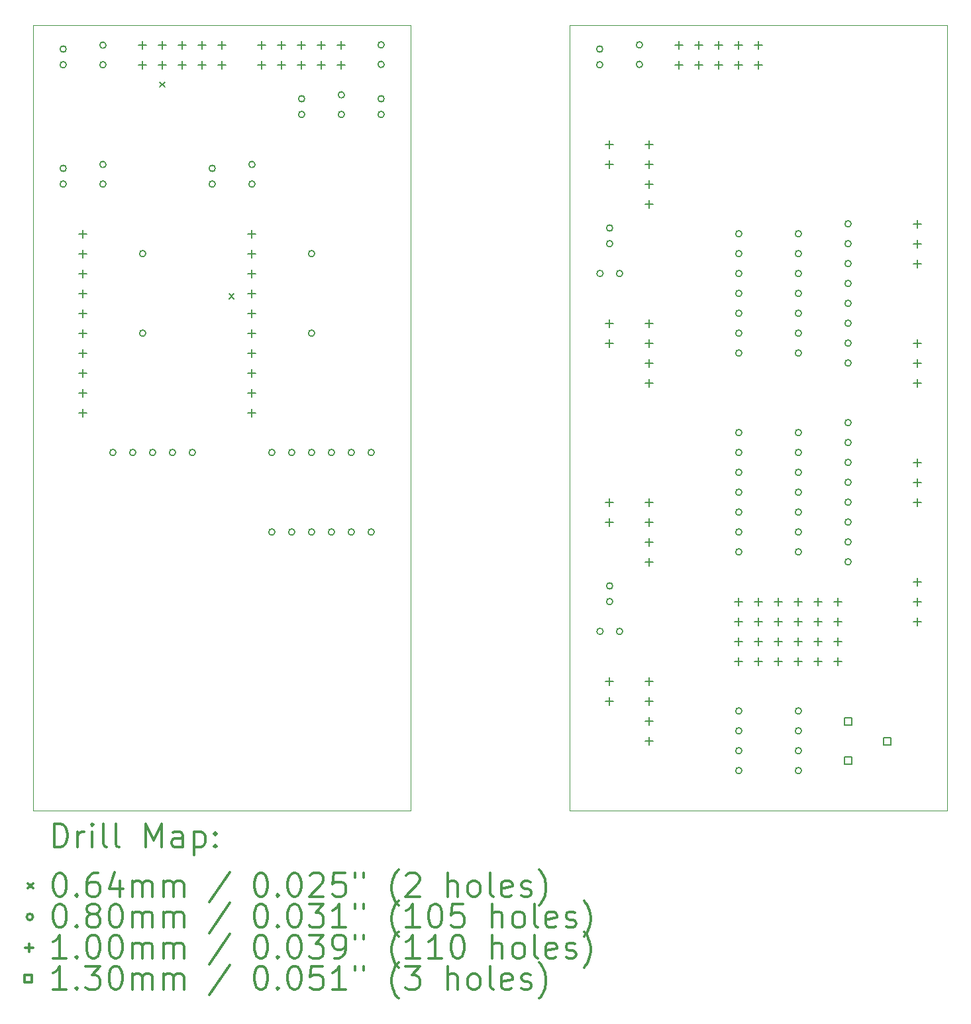
<source format=gbr>
%FSLAX45Y45*%
G04 Gerber Fmt 4.5, Leading zero omitted, Abs format (unit mm)*
G04 Created by KiCad (PCBNEW 4.0.7) date 11/14/17 19:43:04*
%MOMM*%
%LPD*%
G01*
G04 APERTURE LIST*
%ADD10C,0.127000*%
%ADD11C,0.100000*%
%ADD12C,0.200000*%
%ADD13C,0.300000*%
G04 APERTURE END LIST*
D10*
D11*
X18415000Y-15113000D02*
X13589000Y-15113000D01*
X18415000Y-5080000D02*
X18415000Y-15113000D01*
X13589000Y-5080000D02*
X18415000Y-5080000D01*
X20447000Y-5080000D02*
X25273000Y-5080000D01*
X20447000Y-5080000D02*
X20447000Y-15113000D01*
X13589000Y-5080000D02*
X13589000Y-15113000D01*
X25273000Y-15113000D02*
X20447000Y-15113000D01*
X25273000Y-15113000D02*
X25273000Y-5080000D01*
D12*
X15206600Y-5810720D02*
X15270100Y-5874220D01*
X15270100Y-5810720D02*
X15206600Y-5874220D01*
X16089950Y-8515600D02*
X16153450Y-8579100D01*
X16153450Y-8515600D02*
X16089950Y-8579100D01*
X14010000Y-5388000D02*
G75*
G03X14010000Y-5388000I-40000J0D01*
G01*
X14010000Y-5588000D02*
G75*
G03X14010000Y-5588000I-40000J0D01*
G01*
X14010000Y-6912000D02*
G75*
G03X14010000Y-6912000I-40000J0D01*
G01*
X14010000Y-7112000D02*
G75*
G03X14010000Y-7112000I-40000J0D01*
G01*
X14518000Y-5338000D02*
G75*
G03X14518000Y-5338000I-40000J0D01*
G01*
X14518000Y-5588000D02*
G75*
G03X14518000Y-5588000I-40000J0D01*
G01*
X14518000Y-6862000D02*
G75*
G03X14518000Y-6862000I-40000J0D01*
G01*
X14518000Y-7112000D02*
G75*
G03X14518000Y-7112000I-40000J0D01*
G01*
X14645000Y-10541000D02*
G75*
G03X14645000Y-10541000I-40000J0D01*
G01*
X14899000Y-10541000D02*
G75*
G03X14899000Y-10541000I-40000J0D01*
G01*
X15026000Y-8001000D02*
G75*
G03X15026000Y-8001000I-40000J0D01*
G01*
X15026000Y-9017000D02*
G75*
G03X15026000Y-9017000I-40000J0D01*
G01*
X15153000Y-10541000D02*
G75*
G03X15153000Y-10541000I-40000J0D01*
G01*
X15407000Y-10541000D02*
G75*
G03X15407000Y-10541000I-40000J0D01*
G01*
X15661000Y-10541000D02*
G75*
G03X15661000Y-10541000I-40000J0D01*
G01*
X15915000Y-6912000D02*
G75*
G03X15915000Y-6912000I-40000J0D01*
G01*
X15915000Y-7112000D02*
G75*
G03X15915000Y-7112000I-40000J0D01*
G01*
X16423000Y-6862000D02*
G75*
G03X16423000Y-6862000I-40000J0D01*
G01*
X16423000Y-7112000D02*
G75*
G03X16423000Y-7112000I-40000J0D01*
G01*
X16677000Y-10541000D02*
G75*
G03X16677000Y-10541000I-40000J0D01*
G01*
X16677000Y-11557000D02*
G75*
G03X16677000Y-11557000I-40000J0D01*
G01*
X16931000Y-10541000D02*
G75*
G03X16931000Y-10541000I-40000J0D01*
G01*
X16931000Y-11557000D02*
G75*
G03X16931000Y-11557000I-40000J0D01*
G01*
X17058000Y-6023000D02*
G75*
G03X17058000Y-6023000I-40000J0D01*
G01*
X17058000Y-6223000D02*
G75*
G03X17058000Y-6223000I-40000J0D01*
G01*
X17185000Y-8001000D02*
G75*
G03X17185000Y-8001000I-40000J0D01*
G01*
X17185000Y-9017000D02*
G75*
G03X17185000Y-9017000I-40000J0D01*
G01*
X17185000Y-10541000D02*
G75*
G03X17185000Y-10541000I-40000J0D01*
G01*
X17185000Y-11557000D02*
G75*
G03X17185000Y-11557000I-40000J0D01*
G01*
X17439000Y-10541000D02*
G75*
G03X17439000Y-10541000I-40000J0D01*
G01*
X17439000Y-11557000D02*
G75*
G03X17439000Y-11557000I-40000J0D01*
G01*
X17566000Y-5973000D02*
G75*
G03X17566000Y-5973000I-40000J0D01*
G01*
X17566000Y-6223000D02*
G75*
G03X17566000Y-6223000I-40000J0D01*
G01*
X17693000Y-10541000D02*
G75*
G03X17693000Y-10541000I-40000J0D01*
G01*
X17693000Y-11557000D02*
G75*
G03X17693000Y-11557000I-40000J0D01*
G01*
X17947000Y-10541000D02*
G75*
G03X17947000Y-10541000I-40000J0D01*
G01*
X17947000Y-11557000D02*
G75*
G03X17947000Y-11557000I-40000J0D01*
G01*
X18074000Y-5334000D02*
G75*
G03X18074000Y-5334000I-40000J0D01*
G01*
X18074000Y-5584000D02*
G75*
G03X18074000Y-5584000I-40000J0D01*
G01*
X18074000Y-6023000D02*
G75*
G03X18074000Y-6023000I-40000J0D01*
G01*
X18074000Y-6223000D02*
G75*
G03X18074000Y-6223000I-40000J0D01*
G01*
X20868000Y-5388000D02*
G75*
G03X20868000Y-5388000I-40000J0D01*
G01*
X20868000Y-5588000D02*
G75*
G03X20868000Y-5588000I-40000J0D01*
G01*
X20872000Y-8255000D02*
G75*
G03X20872000Y-8255000I-40000J0D01*
G01*
X20872000Y-12827000D02*
G75*
G03X20872000Y-12827000I-40000J0D01*
G01*
X20995000Y-7674000D02*
G75*
G03X20995000Y-7674000I-40000J0D01*
G01*
X20995000Y-7874000D02*
G75*
G03X20995000Y-7874000I-40000J0D01*
G01*
X20995000Y-12246000D02*
G75*
G03X20995000Y-12246000I-40000J0D01*
G01*
X20995000Y-12446000D02*
G75*
G03X20995000Y-12446000I-40000J0D01*
G01*
X21122000Y-8255000D02*
G75*
G03X21122000Y-8255000I-40000J0D01*
G01*
X21122000Y-12827000D02*
G75*
G03X21122000Y-12827000I-40000J0D01*
G01*
X21376000Y-5334000D02*
G75*
G03X21376000Y-5334000I-40000J0D01*
G01*
X21376000Y-5584000D02*
G75*
G03X21376000Y-5584000I-40000J0D01*
G01*
X22646000Y-7747000D02*
G75*
G03X22646000Y-7747000I-40000J0D01*
G01*
X22646000Y-8001000D02*
G75*
G03X22646000Y-8001000I-40000J0D01*
G01*
X22646000Y-8255000D02*
G75*
G03X22646000Y-8255000I-40000J0D01*
G01*
X22646000Y-8509000D02*
G75*
G03X22646000Y-8509000I-40000J0D01*
G01*
X22646000Y-8763000D02*
G75*
G03X22646000Y-8763000I-40000J0D01*
G01*
X22646000Y-9017000D02*
G75*
G03X22646000Y-9017000I-40000J0D01*
G01*
X22646000Y-9271000D02*
G75*
G03X22646000Y-9271000I-40000J0D01*
G01*
X22646000Y-10287000D02*
G75*
G03X22646000Y-10287000I-40000J0D01*
G01*
X22646000Y-10541000D02*
G75*
G03X22646000Y-10541000I-40000J0D01*
G01*
X22646000Y-10795000D02*
G75*
G03X22646000Y-10795000I-40000J0D01*
G01*
X22646000Y-11049000D02*
G75*
G03X22646000Y-11049000I-40000J0D01*
G01*
X22646000Y-11303000D02*
G75*
G03X22646000Y-11303000I-40000J0D01*
G01*
X22646000Y-11557000D02*
G75*
G03X22646000Y-11557000I-40000J0D01*
G01*
X22646000Y-11811000D02*
G75*
G03X22646000Y-11811000I-40000J0D01*
G01*
X22646000Y-13843000D02*
G75*
G03X22646000Y-13843000I-40000J0D01*
G01*
X22646000Y-14097000D02*
G75*
G03X22646000Y-14097000I-40000J0D01*
G01*
X22646000Y-14351000D02*
G75*
G03X22646000Y-14351000I-40000J0D01*
G01*
X22646000Y-14605000D02*
G75*
G03X22646000Y-14605000I-40000J0D01*
G01*
X23408000Y-7747000D02*
G75*
G03X23408000Y-7747000I-40000J0D01*
G01*
X23408000Y-8001000D02*
G75*
G03X23408000Y-8001000I-40000J0D01*
G01*
X23408000Y-8255000D02*
G75*
G03X23408000Y-8255000I-40000J0D01*
G01*
X23408000Y-8509000D02*
G75*
G03X23408000Y-8509000I-40000J0D01*
G01*
X23408000Y-8763000D02*
G75*
G03X23408000Y-8763000I-40000J0D01*
G01*
X23408000Y-9017000D02*
G75*
G03X23408000Y-9017000I-40000J0D01*
G01*
X23408000Y-9271000D02*
G75*
G03X23408000Y-9271000I-40000J0D01*
G01*
X23408000Y-10287000D02*
G75*
G03X23408000Y-10287000I-40000J0D01*
G01*
X23408000Y-10541000D02*
G75*
G03X23408000Y-10541000I-40000J0D01*
G01*
X23408000Y-10795000D02*
G75*
G03X23408000Y-10795000I-40000J0D01*
G01*
X23408000Y-11049000D02*
G75*
G03X23408000Y-11049000I-40000J0D01*
G01*
X23408000Y-11303000D02*
G75*
G03X23408000Y-11303000I-40000J0D01*
G01*
X23408000Y-11557000D02*
G75*
G03X23408000Y-11557000I-40000J0D01*
G01*
X23408000Y-11811000D02*
G75*
G03X23408000Y-11811000I-40000J0D01*
G01*
X23408000Y-13843000D02*
G75*
G03X23408000Y-13843000I-40000J0D01*
G01*
X23408000Y-14097000D02*
G75*
G03X23408000Y-14097000I-40000J0D01*
G01*
X23408000Y-14351000D02*
G75*
G03X23408000Y-14351000I-40000J0D01*
G01*
X23408000Y-14605000D02*
G75*
G03X23408000Y-14605000I-40000J0D01*
G01*
X24043000Y-7620000D02*
G75*
G03X24043000Y-7620000I-40000J0D01*
G01*
X24043000Y-7874000D02*
G75*
G03X24043000Y-7874000I-40000J0D01*
G01*
X24043000Y-8128000D02*
G75*
G03X24043000Y-8128000I-40000J0D01*
G01*
X24043000Y-8382000D02*
G75*
G03X24043000Y-8382000I-40000J0D01*
G01*
X24043000Y-8636000D02*
G75*
G03X24043000Y-8636000I-40000J0D01*
G01*
X24043000Y-8890000D02*
G75*
G03X24043000Y-8890000I-40000J0D01*
G01*
X24043000Y-9144000D02*
G75*
G03X24043000Y-9144000I-40000J0D01*
G01*
X24043000Y-9398000D02*
G75*
G03X24043000Y-9398000I-40000J0D01*
G01*
X24043000Y-10160000D02*
G75*
G03X24043000Y-10160000I-40000J0D01*
G01*
X24043000Y-10414000D02*
G75*
G03X24043000Y-10414000I-40000J0D01*
G01*
X24043000Y-10668000D02*
G75*
G03X24043000Y-10668000I-40000J0D01*
G01*
X24043000Y-10922000D02*
G75*
G03X24043000Y-10922000I-40000J0D01*
G01*
X24043000Y-11176000D02*
G75*
G03X24043000Y-11176000I-40000J0D01*
G01*
X24043000Y-11430000D02*
G75*
G03X24043000Y-11430000I-40000J0D01*
G01*
X24043000Y-11684000D02*
G75*
G03X24043000Y-11684000I-40000J0D01*
G01*
X24043000Y-11938000D02*
G75*
G03X24043000Y-11938000I-40000J0D01*
G01*
X14224000Y-7697000D02*
X14224000Y-7797000D01*
X14174000Y-7747000D02*
X14274000Y-7747000D01*
X14224000Y-7951000D02*
X14224000Y-8051000D01*
X14174000Y-8001000D02*
X14274000Y-8001000D01*
X14224000Y-8205000D02*
X14224000Y-8305000D01*
X14174000Y-8255000D02*
X14274000Y-8255000D01*
X14224000Y-8459000D02*
X14224000Y-8559000D01*
X14174000Y-8509000D02*
X14274000Y-8509000D01*
X14224000Y-8713000D02*
X14224000Y-8813000D01*
X14174000Y-8763000D02*
X14274000Y-8763000D01*
X14224000Y-8967000D02*
X14224000Y-9067000D01*
X14174000Y-9017000D02*
X14274000Y-9017000D01*
X14224000Y-9221000D02*
X14224000Y-9321000D01*
X14174000Y-9271000D02*
X14274000Y-9271000D01*
X14224000Y-9475000D02*
X14224000Y-9575000D01*
X14174000Y-9525000D02*
X14274000Y-9525000D01*
X14224000Y-9729000D02*
X14224000Y-9829000D01*
X14174000Y-9779000D02*
X14274000Y-9779000D01*
X14224000Y-9983000D02*
X14224000Y-10083000D01*
X14174000Y-10033000D02*
X14274000Y-10033000D01*
X14986000Y-5284000D02*
X14986000Y-5384000D01*
X14936000Y-5334000D02*
X15036000Y-5334000D01*
X14986000Y-5538000D02*
X14986000Y-5638000D01*
X14936000Y-5588000D02*
X15036000Y-5588000D01*
X15240000Y-5284000D02*
X15240000Y-5384000D01*
X15190000Y-5334000D02*
X15290000Y-5334000D01*
X15240000Y-5538000D02*
X15240000Y-5638000D01*
X15190000Y-5588000D02*
X15290000Y-5588000D01*
X15494000Y-5284000D02*
X15494000Y-5384000D01*
X15444000Y-5334000D02*
X15544000Y-5334000D01*
X15494000Y-5538000D02*
X15494000Y-5638000D01*
X15444000Y-5588000D02*
X15544000Y-5588000D01*
X15748000Y-5284000D02*
X15748000Y-5384000D01*
X15698000Y-5334000D02*
X15798000Y-5334000D01*
X15748000Y-5538000D02*
X15748000Y-5638000D01*
X15698000Y-5588000D02*
X15798000Y-5588000D01*
X16002000Y-5284000D02*
X16002000Y-5384000D01*
X15952000Y-5334000D02*
X16052000Y-5334000D01*
X16002000Y-5538000D02*
X16002000Y-5638000D01*
X15952000Y-5588000D02*
X16052000Y-5588000D01*
X16383000Y-7697000D02*
X16383000Y-7797000D01*
X16333000Y-7747000D02*
X16433000Y-7747000D01*
X16383000Y-7951000D02*
X16383000Y-8051000D01*
X16333000Y-8001000D02*
X16433000Y-8001000D01*
X16383000Y-8205000D02*
X16383000Y-8305000D01*
X16333000Y-8255000D02*
X16433000Y-8255000D01*
X16383000Y-8459000D02*
X16383000Y-8559000D01*
X16333000Y-8509000D02*
X16433000Y-8509000D01*
X16383000Y-8713000D02*
X16383000Y-8813000D01*
X16333000Y-8763000D02*
X16433000Y-8763000D01*
X16383000Y-8967000D02*
X16383000Y-9067000D01*
X16333000Y-9017000D02*
X16433000Y-9017000D01*
X16383000Y-9221000D02*
X16383000Y-9321000D01*
X16333000Y-9271000D02*
X16433000Y-9271000D01*
X16383000Y-9475000D02*
X16383000Y-9575000D01*
X16333000Y-9525000D02*
X16433000Y-9525000D01*
X16383000Y-9729000D02*
X16383000Y-9829000D01*
X16333000Y-9779000D02*
X16433000Y-9779000D01*
X16383000Y-9983000D02*
X16383000Y-10083000D01*
X16333000Y-10033000D02*
X16433000Y-10033000D01*
X16510000Y-5284000D02*
X16510000Y-5384000D01*
X16460000Y-5334000D02*
X16560000Y-5334000D01*
X16510000Y-5538000D02*
X16510000Y-5638000D01*
X16460000Y-5588000D02*
X16560000Y-5588000D01*
X16764000Y-5284000D02*
X16764000Y-5384000D01*
X16714000Y-5334000D02*
X16814000Y-5334000D01*
X16764000Y-5538000D02*
X16764000Y-5638000D01*
X16714000Y-5588000D02*
X16814000Y-5588000D01*
X17018000Y-5284000D02*
X17018000Y-5384000D01*
X16968000Y-5334000D02*
X17068000Y-5334000D01*
X17018000Y-5538000D02*
X17018000Y-5638000D01*
X16968000Y-5588000D02*
X17068000Y-5588000D01*
X17272000Y-5284000D02*
X17272000Y-5384000D01*
X17222000Y-5334000D02*
X17322000Y-5334000D01*
X17272000Y-5538000D02*
X17272000Y-5638000D01*
X17222000Y-5588000D02*
X17322000Y-5588000D01*
X17526000Y-5284000D02*
X17526000Y-5384000D01*
X17476000Y-5334000D02*
X17576000Y-5334000D01*
X17526000Y-5538000D02*
X17526000Y-5638000D01*
X17476000Y-5588000D02*
X17576000Y-5588000D01*
X20955000Y-6554000D02*
X20955000Y-6654000D01*
X20905000Y-6604000D02*
X21005000Y-6604000D01*
X20955000Y-6808000D02*
X20955000Y-6908000D01*
X20905000Y-6858000D02*
X21005000Y-6858000D01*
X20955000Y-8840000D02*
X20955000Y-8940000D01*
X20905000Y-8890000D02*
X21005000Y-8890000D01*
X20955000Y-9094000D02*
X20955000Y-9194000D01*
X20905000Y-9144000D02*
X21005000Y-9144000D01*
X20955000Y-11126000D02*
X20955000Y-11226000D01*
X20905000Y-11176000D02*
X21005000Y-11176000D01*
X20955000Y-11380000D02*
X20955000Y-11480000D01*
X20905000Y-11430000D02*
X21005000Y-11430000D01*
X20955000Y-13412000D02*
X20955000Y-13512000D01*
X20905000Y-13462000D02*
X21005000Y-13462000D01*
X20955000Y-13666000D02*
X20955000Y-13766000D01*
X20905000Y-13716000D02*
X21005000Y-13716000D01*
X21463000Y-6554000D02*
X21463000Y-6654000D01*
X21413000Y-6604000D02*
X21513000Y-6604000D01*
X21463000Y-6808000D02*
X21463000Y-6908000D01*
X21413000Y-6858000D02*
X21513000Y-6858000D01*
X21463000Y-7062000D02*
X21463000Y-7162000D01*
X21413000Y-7112000D02*
X21513000Y-7112000D01*
X21463000Y-7316000D02*
X21463000Y-7416000D01*
X21413000Y-7366000D02*
X21513000Y-7366000D01*
X21463000Y-8840000D02*
X21463000Y-8940000D01*
X21413000Y-8890000D02*
X21513000Y-8890000D01*
X21463000Y-9094000D02*
X21463000Y-9194000D01*
X21413000Y-9144000D02*
X21513000Y-9144000D01*
X21463000Y-9348000D02*
X21463000Y-9448000D01*
X21413000Y-9398000D02*
X21513000Y-9398000D01*
X21463000Y-9602000D02*
X21463000Y-9702000D01*
X21413000Y-9652000D02*
X21513000Y-9652000D01*
X21463000Y-11126000D02*
X21463000Y-11226000D01*
X21413000Y-11176000D02*
X21513000Y-11176000D01*
X21463000Y-11380000D02*
X21463000Y-11480000D01*
X21413000Y-11430000D02*
X21513000Y-11430000D01*
X21463000Y-11634000D02*
X21463000Y-11734000D01*
X21413000Y-11684000D02*
X21513000Y-11684000D01*
X21463000Y-11888000D02*
X21463000Y-11988000D01*
X21413000Y-11938000D02*
X21513000Y-11938000D01*
X21463000Y-13412000D02*
X21463000Y-13512000D01*
X21413000Y-13462000D02*
X21513000Y-13462000D01*
X21463000Y-13666000D02*
X21463000Y-13766000D01*
X21413000Y-13716000D02*
X21513000Y-13716000D01*
X21463000Y-13920000D02*
X21463000Y-14020000D01*
X21413000Y-13970000D02*
X21513000Y-13970000D01*
X21463000Y-14174000D02*
X21463000Y-14274000D01*
X21413000Y-14224000D02*
X21513000Y-14224000D01*
X21844000Y-5284000D02*
X21844000Y-5384000D01*
X21794000Y-5334000D02*
X21894000Y-5334000D01*
X21844000Y-5538000D02*
X21844000Y-5638000D01*
X21794000Y-5588000D02*
X21894000Y-5588000D01*
X22098000Y-5284000D02*
X22098000Y-5384000D01*
X22048000Y-5334000D02*
X22148000Y-5334000D01*
X22098000Y-5538000D02*
X22098000Y-5638000D01*
X22048000Y-5588000D02*
X22148000Y-5588000D01*
X22352000Y-5284000D02*
X22352000Y-5384000D01*
X22302000Y-5334000D02*
X22402000Y-5334000D01*
X22352000Y-5538000D02*
X22352000Y-5638000D01*
X22302000Y-5588000D02*
X22402000Y-5588000D01*
X22606000Y-5284000D02*
X22606000Y-5384000D01*
X22556000Y-5334000D02*
X22656000Y-5334000D01*
X22606000Y-5538000D02*
X22606000Y-5638000D01*
X22556000Y-5588000D02*
X22656000Y-5588000D01*
X22606000Y-12396000D02*
X22606000Y-12496000D01*
X22556000Y-12446000D02*
X22656000Y-12446000D01*
X22606000Y-12650000D02*
X22606000Y-12750000D01*
X22556000Y-12700000D02*
X22656000Y-12700000D01*
X22606000Y-12904000D02*
X22606000Y-13004000D01*
X22556000Y-12954000D02*
X22656000Y-12954000D01*
X22606000Y-13158000D02*
X22606000Y-13258000D01*
X22556000Y-13208000D02*
X22656000Y-13208000D01*
X22860000Y-5284000D02*
X22860000Y-5384000D01*
X22810000Y-5334000D02*
X22910000Y-5334000D01*
X22860000Y-5538000D02*
X22860000Y-5638000D01*
X22810000Y-5588000D02*
X22910000Y-5588000D01*
X22860000Y-12396000D02*
X22860000Y-12496000D01*
X22810000Y-12446000D02*
X22910000Y-12446000D01*
X22860000Y-12650000D02*
X22860000Y-12750000D01*
X22810000Y-12700000D02*
X22910000Y-12700000D01*
X22860000Y-12904000D02*
X22860000Y-13004000D01*
X22810000Y-12954000D02*
X22910000Y-12954000D01*
X22860000Y-13158000D02*
X22860000Y-13258000D01*
X22810000Y-13208000D02*
X22910000Y-13208000D01*
X23114000Y-12396000D02*
X23114000Y-12496000D01*
X23064000Y-12446000D02*
X23164000Y-12446000D01*
X23114000Y-12650000D02*
X23114000Y-12750000D01*
X23064000Y-12700000D02*
X23164000Y-12700000D01*
X23114000Y-12904000D02*
X23114000Y-13004000D01*
X23064000Y-12954000D02*
X23164000Y-12954000D01*
X23114000Y-13158000D02*
X23114000Y-13258000D01*
X23064000Y-13208000D02*
X23164000Y-13208000D01*
X23368000Y-12396000D02*
X23368000Y-12496000D01*
X23318000Y-12446000D02*
X23418000Y-12446000D01*
X23368000Y-12650000D02*
X23368000Y-12750000D01*
X23318000Y-12700000D02*
X23418000Y-12700000D01*
X23368000Y-12904000D02*
X23368000Y-13004000D01*
X23318000Y-12954000D02*
X23418000Y-12954000D01*
X23368000Y-13158000D02*
X23368000Y-13258000D01*
X23318000Y-13208000D02*
X23418000Y-13208000D01*
X23622000Y-12396000D02*
X23622000Y-12496000D01*
X23572000Y-12446000D02*
X23672000Y-12446000D01*
X23622000Y-12650000D02*
X23622000Y-12750000D01*
X23572000Y-12700000D02*
X23672000Y-12700000D01*
X23622000Y-12904000D02*
X23622000Y-13004000D01*
X23572000Y-12954000D02*
X23672000Y-12954000D01*
X23622000Y-13158000D02*
X23622000Y-13258000D01*
X23572000Y-13208000D02*
X23672000Y-13208000D01*
X23876000Y-12396000D02*
X23876000Y-12496000D01*
X23826000Y-12446000D02*
X23926000Y-12446000D01*
X23876000Y-12650000D02*
X23876000Y-12750000D01*
X23826000Y-12700000D02*
X23926000Y-12700000D01*
X23876000Y-12904000D02*
X23876000Y-13004000D01*
X23826000Y-12954000D02*
X23926000Y-12954000D01*
X23876000Y-13158000D02*
X23876000Y-13258000D01*
X23826000Y-13208000D02*
X23926000Y-13208000D01*
X24892000Y-7570000D02*
X24892000Y-7670000D01*
X24842000Y-7620000D02*
X24942000Y-7620000D01*
X24892000Y-7824000D02*
X24892000Y-7924000D01*
X24842000Y-7874000D02*
X24942000Y-7874000D01*
X24892000Y-8078000D02*
X24892000Y-8178000D01*
X24842000Y-8128000D02*
X24942000Y-8128000D01*
X24892000Y-9094000D02*
X24892000Y-9194000D01*
X24842000Y-9144000D02*
X24942000Y-9144000D01*
X24892000Y-9348000D02*
X24892000Y-9448000D01*
X24842000Y-9398000D02*
X24942000Y-9398000D01*
X24892000Y-9602000D02*
X24892000Y-9702000D01*
X24842000Y-9652000D02*
X24942000Y-9652000D01*
X24892000Y-10618000D02*
X24892000Y-10718000D01*
X24842000Y-10668000D02*
X24942000Y-10668000D01*
X24892000Y-10872000D02*
X24892000Y-10972000D01*
X24842000Y-10922000D02*
X24942000Y-10922000D01*
X24892000Y-11126000D02*
X24892000Y-11226000D01*
X24842000Y-11176000D02*
X24942000Y-11176000D01*
X24892000Y-12142000D02*
X24892000Y-12242000D01*
X24842000Y-12192000D02*
X24942000Y-12192000D01*
X24892000Y-12396000D02*
X24892000Y-12496000D01*
X24842000Y-12446000D02*
X24942000Y-12446000D01*
X24892000Y-12650000D02*
X24892000Y-12750000D01*
X24842000Y-12700000D02*
X24942000Y-12700000D01*
X24048962Y-14023962D02*
X24048962Y-13932038D01*
X23957038Y-13932038D01*
X23957038Y-14023962D01*
X24048962Y-14023962D01*
X24048962Y-14523962D02*
X24048962Y-14432038D01*
X23957038Y-14432038D01*
X23957038Y-14523962D01*
X24048962Y-14523962D01*
X24548962Y-14273962D02*
X24548962Y-14182038D01*
X24457038Y-14182038D01*
X24457038Y-14273962D01*
X24548962Y-14273962D01*
D13*
X13855428Y-15583714D02*
X13855428Y-15283714D01*
X13926857Y-15283714D01*
X13969714Y-15298000D01*
X13998286Y-15326571D01*
X14012571Y-15355143D01*
X14026857Y-15412286D01*
X14026857Y-15455143D01*
X14012571Y-15512286D01*
X13998286Y-15540857D01*
X13969714Y-15569429D01*
X13926857Y-15583714D01*
X13855428Y-15583714D01*
X14155428Y-15583714D02*
X14155428Y-15383714D01*
X14155428Y-15440857D02*
X14169714Y-15412286D01*
X14184000Y-15398000D01*
X14212571Y-15383714D01*
X14241143Y-15383714D01*
X14341143Y-15583714D02*
X14341143Y-15383714D01*
X14341143Y-15283714D02*
X14326857Y-15298000D01*
X14341143Y-15312286D01*
X14355428Y-15298000D01*
X14341143Y-15283714D01*
X14341143Y-15312286D01*
X14526857Y-15583714D02*
X14498286Y-15569429D01*
X14484000Y-15540857D01*
X14484000Y-15283714D01*
X14684000Y-15583714D02*
X14655428Y-15569429D01*
X14641143Y-15540857D01*
X14641143Y-15283714D01*
X15026857Y-15583714D02*
X15026857Y-15283714D01*
X15126857Y-15498000D01*
X15226857Y-15283714D01*
X15226857Y-15583714D01*
X15498286Y-15583714D02*
X15498286Y-15426571D01*
X15484000Y-15398000D01*
X15455428Y-15383714D01*
X15398286Y-15383714D01*
X15369714Y-15398000D01*
X15498286Y-15569429D02*
X15469714Y-15583714D01*
X15398286Y-15583714D01*
X15369714Y-15569429D01*
X15355428Y-15540857D01*
X15355428Y-15512286D01*
X15369714Y-15483714D01*
X15398286Y-15469429D01*
X15469714Y-15469429D01*
X15498286Y-15455143D01*
X15641143Y-15383714D02*
X15641143Y-15683714D01*
X15641143Y-15398000D02*
X15669714Y-15383714D01*
X15726857Y-15383714D01*
X15755428Y-15398000D01*
X15769714Y-15412286D01*
X15784000Y-15440857D01*
X15784000Y-15526571D01*
X15769714Y-15555143D01*
X15755428Y-15569429D01*
X15726857Y-15583714D01*
X15669714Y-15583714D01*
X15641143Y-15569429D01*
X15912571Y-15555143D02*
X15926857Y-15569429D01*
X15912571Y-15583714D01*
X15898286Y-15569429D01*
X15912571Y-15555143D01*
X15912571Y-15583714D01*
X15912571Y-15398000D02*
X15926857Y-15412286D01*
X15912571Y-15426571D01*
X15898286Y-15412286D01*
X15912571Y-15398000D01*
X15912571Y-15426571D01*
X13520500Y-16046250D02*
X13584000Y-16109750D01*
X13584000Y-16046250D02*
X13520500Y-16109750D01*
X13912571Y-15913714D02*
X13941143Y-15913714D01*
X13969714Y-15928000D01*
X13984000Y-15942286D01*
X13998286Y-15970857D01*
X14012571Y-16028000D01*
X14012571Y-16099429D01*
X13998286Y-16156571D01*
X13984000Y-16185143D01*
X13969714Y-16199429D01*
X13941143Y-16213714D01*
X13912571Y-16213714D01*
X13884000Y-16199429D01*
X13869714Y-16185143D01*
X13855428Y-16156571D01*
X13841143Y-16099429D01*
X13841143Y-16028000D01*
X13855428Y-15970857D01*
X13869714Y-15942286D01*
X13884000Y-15928000D01*
X13912571Y-15913714D01*
X14141143Y-16185143D02*
X14155428Y-16199429D01*
X14141143Y-16213714D01*
X14126857Y-16199429D01*
X14141143Y-16185143D01*
X14141143Y-16213714D01*
X14412571Y-15913714D02*
X14355428Y-15913714D01*
X14326857Y-15928000D01*
X14312571Y-15942286D01*
X14284000Y-15985143D01*
X14269714Y-16042286D01*
X14269714Y-16156571D01*
X14284000Y-16185143D01*
X14298286Y-16199429D01*
X14326857Y-16213714D01*
X14384000Y-16213714D01*
X14412571Y-16199429D01*
X14426857Y-16185143D01*
X14441143Y-16156571D01*
X14441143Y-16085143D01*
X14426857Y-16056571D01*
X14412571Y-16042286D01*
X14384000Y-16028000D01*
X14326857Y-16028000D01*
X14298286Y-16042286D01*
X14284000Y-16056571D01*
X14269714Y-16085143D01*
X14698286Y-16013714D02*
X14698286Y-16213714D01*
X14626857Y-15899429D02*
X14555428Y-16113714D01*
X14741143Y-16113714D01*
X14855428Y-16213714D02*
X14855428Y-16013714D01*
X14855428Y-16042286D02*
X14869714Y-16028000D01*
X14898286Y-16013714D01*
X14941143Y-16013714D01*
X14969714Y-16028000D01*
X14984000Y-16056571D01*
X14984000Y-16213714D01*
X14984000Y-16056571D02*
X14998286Y-16028000D01*
X15026857Y-16013714D01*
X15069714Y-16013714D01*
X15098286Y-16028000D01*
X15112571Y-16056571D01*
X15112571Y-16213714D01*
X15255428Y-16213714D02*
X15255428Y-16013714D01*
X15255428Y-16042286D02*
X15269714Y-16028000D01*
X15298286Y-16013714D01*
X15341143Y-16013714D01*
X15369714Y-16028000D01*
X15384000Y-16056571D01*
X15384000Y-16213714D01*
X15384000Y-16056571D02*
X15398286Y-16028000D01*
X15426857Y-16013714D01*
X15469714Y-16013714D01*
X15498286Y-16028000D01*
X15512571Y-16056571D01*
X15512571Y-16213714D01*
X16098286Y-15899429D02*
X15841143Y-16285143D01*
X16484000Y-15913714D02*
X16512571Y-15913714D01*
X16541143Y-15928000D01*
X16555428Y-15942286D01*
X16569714Y-15970857D01*
X16584000Y-16028000D01*
X16584000Y-16099429D01*
X16569714Y-16156571D01*
X16555428Y-16185143D01*
X16541143Y-16199429D01*
X16512571Y-16213714D01*
X16484000Y-16213714D01*
X16455428Y-16199429D01*
X16441143Y-16185143D01*
X16426857Y-16156571D01*
X16412571Y-16099429D01*
X16412571Y-16028000D01*
X16426857Y-15970857D01*
X16441143Y-15942286D01*
X16455428Y-15928000D01*
X16484000Y-15913714D01*
X16712571Y-16185143D02*
X16726857Y-16199429D01*
X16712571Y-16213714D01*
X16698286Y-16199429D01*
X16712571Y-16185143D01*
X16712571Y-16213714D01*
X16912571Y-15913714D02*
X16941143Y-15913714D01*
X16969714Y-15928000D01*
X16984000Y-15942286D01*
X16998286Y-15970857D01*
X17012571Y-16028000D01*
X17012571Y-16099429D01*
X16998286Y-16156571D01*
X16984000Y-16185143D01*
X16969714Y-16199429D01*
X16941143Y-16213714D01*
X16912571Y-16213714D01*
X16884000Y-16199429D01*
X16869714Y-16185143D01*
X16855428Y-16156571D01*
X16841143Y-16099429D01*
X16841143Y-16028000D01*
X16855428Y-15970857D01*
X16869714Y-15942286D01*
X16884000Y-15928000D01*
X16912571Y-15913714D01*
X17126857Y-15942286D02*
X17141143Y-15928000D01*
X17169714Y-15913714D01*
X17241143Y-15913714D01*
X17269714Y-15928000D01*
X17284000Y-15942286D01*
X17298286Y-15970857D01*
X17298286Y-15999429D01*
X17284000Y-16042286D01*
X17112571Y-16213714D01*
X17298286Y-16213714D01*
X17569714Y-15913714D02*
X17426857Y-15913714D01*
X17412571Y-16056571D01*
X17426857Y-16042286D01*
X17455428Y-16028000D01*
X17526857Y-16028000D01*
X17555428Y-16042286D01*
X17569714Y-16056571D01*
X17584000Y-16085143D01*
X17584000Y-16156571D01*
X17569714Y-16185143D01*
X17555428Y-16199429D01*
X17526857Y-16213714D01*
X17455428Y-16213714D01*
X17426857Y-16199429D01*
X17412571Y-16185143D01*
X17698286Y-15913714D02*
X17698286Y-15970857D01*
X17812571Y-15913714D02*
X17812571Y-15970857D01*
X18255428Y-16328000D02*
X18241143Y-16313714D01*
X18212571Y-16270857D01*
X18198286Y-16242286D01*
X18184000Y-16199429D01*
X18169714Y-16128000D01*
X18169714Y-16070857D01*
X18184000Y-15999429D01*
X18198286Y-15956571D01*
X18212571Y-15928000D01*
X18241143Y-15885143D01*
X18255428Y-15870857D01*
X18355428Y-15942286D02*
X18369714Y-15928000D01*
X18398286Y-15913714D01*
X18469714Y-15913714D01*
X18498286Y-15928000D01*
X18512571Y-15942286D01*
X18526857Y-15970857D01*
X18526857Y-15999429D01*
X18512571Y-16042286D01*
X18341143Y-16213714D01*
X18526857Y-16213714D01*
X18884000Y-16213714D02*
X18884000Y-15913714D01*
X19012571Y-16213714D02*
X19012571Y-16056571D01*
X18998286Y-16028000D01*
X18969714Y-16013714D01*
X18926857Y-16013714D01*
X18898286Y-16028000D01*
X18884000Y-16042286D01*
X19198286Y-16213714D02*
X19169714Y-16199429D01*
X19155428Y-16185143D01*
X19141143Y-16156571D01*
X19141143Y-16070857D01*
X19155428Y-16042286D01*
X19169714Y-16028000D01*
X19198286Y-16013714D01*
X19241143Y-16013714D01*
X19269714Y-16028000D01*
X19284000Y-16042286D01*
X19298286Y-16070857D01*
X19298286Y-16156571D01*
X19284000Y-16185143D01*
X19269714Y-16199429D01*
X19241143Y-16213714D01*
X19198286Y-16213714D01*
X19469714Y-16213714D02*
X19441143Y-16199429D01*
X19426857Y-16170857D01*
X19426857Y-15913714D01*
X19698286Y-16199429D02*
X19669714Y-16213714D01*
X19612571Y-16213714D01*
X19584000Y-16199429D01*
X19569714Y-16170857D01*
X19569714Y-16056571D01*
X19584000Y-16028000D01*
X19612571Y-16013714D01*
X19669714Y-16013714D01*
X19698286Y-16028000D01*
X19712571Y-16056571D01*
X19712571Y-16085143D01*
X19569714Y-16113714D01*
X19826857Y-16199429D02*
X19855429Y-16213714D01*
X19912571Y-16213714D01*
X19941143Y-16199429D01*
X19955429Y-16170857D01*
X19955429Y-16156571D01*
X19941143Y-16128000D01*
X19912571Y-16113714D01*
X19869714Y-16113714D01*
X19841143Y-16099429D01*
X19826857Y-16070857D01*
X19826857Y-16056571D01*
X19841143Y-16028000D01*
X19869714Y-16013714D01*
X19912571Y-16013714D01*
X19941143Y-16028000D01*
X20055428Y-16328000D02*
X20069714Y-16313714D01*
X20098286Y-16270857D01*
X20112571Y-16242286D01*
X20126857Y-16199429D01*
X20141143Y-16128000D01*
X20141143Y-16070857D01*
X20126857Y-15999429D01*
X20112571Y-15956571D01*
X20098286Y-15928000D01*
X20069714Y-15885143D01*
X20055428Y-15870857D01*
X13584000Y-16474000D02*
G75*
G03X13584000Y-16474000I-40000J0D01*
G01*
X13912571Y-16309714D02*
X13941143Y-16309714D01*
X13969714Y-16324000D01*
X13984000Y-16338286D01*
X13998286Y-16366857D01*
X14012571Y-16424000D01*
X14012571Y-16495429D01*
X13998286Y-16552571D01*
X13984000Y-16581143D01*
X13969714Y-16595429D01*
X13941143Y-16609714D01*
X13912571Y-16609714D01*
X13884000Y-16595429D01*
X13869714Y-16581143D01*
X13855428Y-16552571D01*
X13841143Y-16495429D01*
X13841143Y-16424000D01*
X13855428Y-16366857D01*
X13869714Y-16338286D01*
X13884000Y-16324000D01*
X13912571Y-16309714D01*
X14141143Y-16581143D02*
X14155428Y-16595429D01*
X14141143Y-16609714D01*
X14126857Y-16595429D01*
X14141143Y-16581143D01*
X14141143Y-16609714D01*
X14326857Y-16438286D02*
X14298286Y-16424000D01*
X14284000Y-16409714D01*
X14269714Y-16381143D01*
X14269714Y-16366857D01*
X14284000Y-16338286D01*
X14298286Y-16324000D01*
X14326857Y-16309714D01*
X14384000Y-16309714D01*
X14412571Y-16324000D01*
X14426857Y-16338286D01*
X14441143Y-16366857D01*
X14441143Y-16381143D01*
X14426857Y-16409714D01*
X14412571Y-16424000D01*
X14384000Y-16438286D01*
X14326857Y-16438286D01*
X14298286Y-16452571D01*
X14284000Y-16466857D01*
X14269714Y-16495429D01*
X14269714Y-16552571D01*
X14284000Y-16581143D01*
X14298286Y-16595429D01*
X14326857Y-16609714D01*
X14384000Y-16609714D01*
X14412571Y-16595429D01*
X14426857Y-16581143D01*
X14441143Y-16552571D01*
X14441143Y-16495429D01*
X14426857Y-16466857D01*
X14412571Y-16452571D01*
X14384000Y-16438286D01*
X14626857Y-16309714D02*
X14655428Y-16309714D01*
X14684000Y-16324000D01*
X14698286Y-16338286D01*
X14712571Y-16366857D01*
X14726857Y-16424000D01*
X14726857Y-16495429D01*
X14712571Y-16552571D01*
X14698286Y-16581143D01*
X14684000Y-16595429D01*
X14655428Y-16609714D01*
X14626857Y-16609714D01*
X14598286Y-16595429D01*
X14584000Y-16581143D01*
X14569714Y-16552571D01*
X14555428Y-16495429D01*
X14555428Y-16424000D01*
X14569714Y-16366857D01*
X14584000Y-16338286D01*
X14598286Y-16324000D01*
X14626857Y-16309714D01*
X14855428Y-16609714D02*
X14855428Y-16409714D01*
X14855428Y-16438286D02*
X14869714Y-16424000D01*
X14898286Y-16409714D01*
X14941143Y-16409714D01*
X14969714Y-16424000D01*
X14984000Y-16452571D01*
X14984000Y-16609714D01*
X14984000Y-16452571D02*
X14998286Y-16424000D01*
X15026857Y-16409714D01*
X15069714Y-16409714D01*
X15098286Y-16424000D01*
X15112571Y-16452571D01*
X15112571Y-16609714D01*
X15255428Y-16609714D02*
X15255428Y-16409714D01*
X15255428Y-16438286D02*
X15269714Y-16424000D01*
X15298286Y-16409714D01*
X15341143Y-16409714D01*
X15369714Y-16424000D01*
X15384000Y-16452571D01*
X15384000Y-16609714D01*
X15384000Y-16452571D02*
X15398286Y-16424000D01*
X15426857Y-16409714D01*
X15469714Y-16409714D01*
X15498286Y-16424000D01*
X15512571Y-16452571D01*
X15512571Y-16609714D01*
X16098286Y-16295429D02*
X15841143Y-16681143D01*
X16484000Y-16309714D02*
X16512571Y-16309714D01*
X16541143Y-16324000D01*
X16555428Y-16338286D01*
X16569714Y-16366857D01*
X16584000Y-16424000D01*
X16584000Y-16495429D01*
X16569714Y-16552571D01*
X16555428Y-16581143D01*
X16541143Y-16595429D01*
X16512571Y-16609714D01*
X16484000Y-16609714D01*
X16455428Y-16595429D01*
X16441143Y-16581143D01*
X16426857Y-16552571D01*
X16412571Y-16495429D01*
X16412571Y-16424000D01*
X16426857Y-16366857D01*
X16441143Y-16338286D01*
X16455428Y-16324000D01*
X16484000Y-16309714D01*
X16712571Y-16581143D02*
X16726857Y-16595429D01*
X16712571Y-16609714D01*
X16698286Y-16595429D01*
X16712571Y-16581143D01*
X16712571Y-16609714D01*
X16912571Y-16309714D02*
X16941143Y-16309714D01*
X16969714Y-16324000D01*
X16984000Y-16338286D01*
X16998286Y-16366857D01*
X17012571Y-16424000D01*
X17012571Y-16495429D01*
X16998286Y-16552571D01*
X16984000Y-16581143D01*
X16969714Y-16595429D01*
X16941143Y-16609714D01*
X16912571Y-16609714D01*
X16884000Y-16595429D01*
X16869714Y-16581143D01*
X16855428Y-16552571D01*
X16841143Y-16495429D01*
X16841143Y-16424000D01*
X16855428Y-16366857D01*
X16869714Y-16338286D01*
X16884000Y-16324000D01*
X16912571Y-16309714D01*
X17112571Y-16309714D02*
X17298286Y-16309714D01*
X17198286Y-16424000D01*
X17241143Y-16424000D01*
X17269714Y-16438286D01*
X17284000Y-16452571D01*
X17298286Y-16481143D01*
X17298286Y-16552571D01*
X17284000Y-16581143D01*
X17269714Y-16595429D01*
X17241143Y-16609714D01*
X17155428Y-16609714D01*
X17126857Y-16595429D01*
X17112571Y-16581143D01*
X17584000Y-16609714D02*
X17412571Y-16609714D01*
X17498286Y-16609714D02*
X17498286Y-16309714D01*
X17469714Y-16352571D01*
X17441143Y-16381143D01*
X17412571Y-16395429D01*
X17698286Y-16309714D02*
X17698286Y-16366857D01*
X17812571Y-16309714D02*
X17812571Y-16366857D01*
X18255428Y-16724000D02*
X18241143Y-16709714D01*
X18212571Y-16666857D01*
X18198286Y-16638286D01*
X18184000Y-16595429D01*
X18169714Y-16524000D01*
X18169714Y-16466857D01*
X18184000Y-16395429D01*
X18198286Y-16352571D01*
X18212571Y-16324000D01*
X18241143Y-16281143D01*
X18255428Y-16266857D01*
X18526857Y-16609714D02*
X18355428Y-16609714D01*
X18441143Y-16609714D02*
X18441143Y-16309714D01*
X18412571Y-16352571D01*
X18384000Y-16381143D01*
X18355428Y-16395429D01*
X18712571Y-16309714D02*
X18741143Y-16309714D01*
X18769714Y-16324000D01*
X18784000Y-16338286D01*
X18798286Y-16366857D01*
X18812571Y-16424000D01*
X18812571Y-16495429D01*
X18798286Y-16552571D01*
X18784000Y-16581143D01*
X18769714Y-16595429D01*
X18741143Y-16609714D01*
X18712571Y-16609714D01*
X18684000Y-16595429D01*
X18669714Y-16581143D01*
X18655428Y-16552571D01*
X18641143Y-16495429D01*
X18641143Y-16424000D01*
X18655428Y-16366857D01*
X18669714Y-16338286D01*
X18684000Y-16324000D01*
X18712571Y-16309714D01*
X19084000Y-16309714D02*
X18941143Y-16309714D01*
X18926857Y-16452571D01*
X18941143Y-16438286D01*
X18969714Y-16424000D01*
X19041143Y-16424000D01*
X19069714Y-16438286D01*
X19084000Y-16452571D01*
X19098286Y-16481143D01*
X19098286Y-16552571D01*
X19084000Y-16581143D01*
X19069714Y-16595429D01*
X19041143Y-16609714D01*
X18969714Y-16609714D01*
X18941143Y-16595429D01*
X18926857Y-16581143D01*
X19455428Y-16609714D02*
X19455428Y-16309714D01*
X19584000Y-16609714D02*
X19584000Y-16452571D01*
X19569714Y-16424000D01*
X19541143Y-16409714D01*
X19498286Y-16409714D01*
X19469714Y-16424000D01*
X19455428Y-16438286D01*
X19769714Y-16609714D02*
X19741143Y-16595429D01*
X19726857Y-16581143D01*
X19712571Y-16552571D01*
X19712571Y-16466857D01*
X19726857Y-16438286D01*
X19741143Y-16424000D01*
X19769714Y-16409714D01*
X19812571Y-16409714D01*
X19841143Y-16424000D01*
X19855428Y-16438286D01*
X19869714Y-16466857D01*
X19869714Y-16552571D01*
X19855428Y-16581143D01*
X19841143Y-16595429D01*
X19812571Y-16609714D01*
X19769714Y-16609714D01*
X20041143Y-16609714D02*
X20012571Y-16595429D01*
X19998286Y-16566857D01*
X19998286Y-16309714D01*
X20269714Y-16595429D02*
X20241143Y-16609714D01*
X20184000Y-16609714D01*
X20155429Y-16595429D01*
X20141143Y-16566857D01*
X20141143Y-16452571D01*
X20155429Y-16424000D01*
X20184000Y-16409714D01*
X20241143Y-16409714D01*
X20269714Y-16424000D01*
X20284000Y-16452571D01*
X20284000Y-16481143D01*
X20141143Y-16509714D01*
X20398286Y-16595429D02*
X20426857Y-16609714D01*
X20484000Y-16609714D01*
X20512571Y-16595429D01*
X20526857Y-16566857D01*
X20526857Y-16552571D01*
X20512571Y-16524000D01*
X20484000Y-16509714D01*
X20441143Y-16509714D01*
X20412571Y-16495429D01*
X20398286Y-16466857D01*
X20398286Y-16452571D01*
X20412571Y-16424000D01*
X20441143Y-16409714D01*
X20484000Y-16409714D01*
X20512571Y-16424000D01*
X20626857Y-16724000D02*
X20641143Y-16709714D01*
X20669714Y-16666857D01*
X20684000Y-16638286D01*
X20698286Y-16595429D01*
X20712571Y-16524000D01*
X20712571Y-16466857D01*
X20698286Y-16395429D01*
X20684000Y-16352571D01*
X20669714Y-16324000D01*
X20641143Y-16281143D01*
X20626857Y-16266857D01*
X13534000Y-16820000D02*
X13534000Y-16920000D01*
X13484000Y-16870000D02*
X13584000Y-16870000D01*
X14012571Y-17005714D02*
X13841143Y-17005714D01*
X13926857Y-17005714D02*
X13926857Y-16705714D01*
X13898286Y-16748571D01*
X13869714Y-16777143D01*
X13841143Y-16791429D01*
X14141143Y-16977143D02*
X14155428Y-16991429D01*
X14141143Y-17005714D01*
X14126857Y-16991429D01*
X14141143Y-16977143D01*
X14141143Y-17005714D01*
X14341143Y-16705714D02*
X14369714Y-16705714D01*
X14398286Y-16720000D01*
X14412571Y-16734286D01*
X14426857Y-16762857D01*
X14441143Y-16820000D01*
X14441143Y-16891429D01*
X14426857Y-16948572D01*
X14412571Y-16977143D01*
X14398286Y-16991429D01*
X14369714Y-17005714D01*
X14341143Y-17005714D01*
X14312571Y-16991429D01*
X14298286Y-16977143D01*
X14284000Y-16948572D01*
X14269714Y-16891429D01*
X14269714Y-16820000D01*
X14284000Y-16762857D01*
X14298286Y-16734286D01*
X14312571Y-16720000D01*
X14341143Y-16705714D01*
X14626857Y-16705714D02*
X14655428Y-16705714D01*
X14684000Y-16720000D01*
X14698286Y-16734286D01*
X14712571Y-16762857D01*
X14726857Y-16820000D01*
X14726857Y-16891429D01*
X14712571Y-16948572D01*
X14698286Y-16977143D01*
X14684000Y-16991429D01*
X14655428Y-17005714D01*
X14626857Y-17005714D01*
X14598286Y-16991429D01*
X14584000Y-16977143D01*
X14569714Y-16948572D01*
X14555428Y-16891429D01*
X14555428Y-16820000D01*
X14569714Y-16762857D01*
X14584000Y-16734286D01*
X14598286Y-16720000D01*
X14626857Y-16705714D01*
X14855428Y-17005714D02*
X14855428Y-16805714D01*
X14855428Y-16834286D02*
X14869714Y-16820000D01*
X14898286Y-16805714D01*
X14941143Y-16805714D01*
X14969714Y-16820000D01*
X14984000Y-16848572D01*
X14984000Y-17005714D01*
X14984000Y-16848572D02*
X14998286Y-16820000D01*
X15026857Y-16805714D01*
X15069714Y-16805714D01*
X15098286Y-16820000D01*
X15112571Y-16848572D01*
X15112571Y-17005714D01*
X15255428Y-17005714D02*
X15255428Y-16805714D01*
X15255428Y-16834286D02*
X15269714Y-16820000D01*
X15298286Y-16805714D01*
X15341143Y-16805714D01*
X15369714Y-16820000D01*
X15384000Y-16848572D01*
X15384000Y-17005714D01*
X15384000Y-16848572D02*
X15398286Y-16820000D01*
X15426857Y-16805714D01*
X15469714Y-16805714D01*
X15498286Y-16820000D01*
X15512571Y-16848572D01*
X15512571Y-17005714D01*
X16098286Y-16691429D02*
X15841143Y-17077143D01*
X16484000Y-16705714D02*
X16512571Y-16705714D01*
X16541143Y-16720000D01*
X16555428Y-16734286D01*
X16569714Y-16762857D01*
X16584000Y-16820000D01*
X16584000Y-16891429D01*
X16569714Y-16948572D01*
X16555428Y-16977143D01*
X16541143Y-16991429D01*
X16512571Y-17005714D01*
X16484000Y-17005714D01*
X16455428Y-16991429D01*
X16441143Y-16977143D01*
X16426857Y-16948572D01*
X16412571Y-16891429D01*
X16412571Y-16820000D01*
X16426857Y-16762857D01*
X16441143Y-16734286D01*
X16455428Y-16720000D01*
X16484000Y-16705714D01*
X16712571Y-16977143D02*
X16726857Y-16991429D01*
X16712571Y-17005714D01*
X16698286Y-16991429D01*
X16712571Y-16977143D01*
X16712571Y-17005714D01*
X16912571Y-16705714D02*
X16941143Y-16705714D01*
X16969714Y-16720000D01*
X16984000Y-16734286D01*
X16998286Y-16762857D01*
X17012571Y-16820000D01*
X17012571Y-16891429D01*
X16998286Y-16948572D01*
X16984000Y-16977143D01*
X16969714Y-16991429D01*
X16941143Y-17005714D01*
X16912571Y-17005714D01*
X16884000Y-16991429D01*
X16869714Y-16977143D01*
X16855428Y-16948572D01*
X16841143Y-16891429D01*
X16841143Y-16820000D01*
X16855428Y-16762857D01*
X16869714Y-16734286D01*
X16884000Y-16720000D01*
X16912571Y-16705714D01*
X17112571Y-16705714D02*
X17298286Y-16705714D01*
X17198286Y-16820000D01*
X17241143Y-16820000D01*
X17269714Y-16834286D01*
X17284000Y-16848572D01*
X17298286Y-16877143D01*
X17298286Y-16948572D01*
X17284000Y-16977143D01*
X17269714Y-16991429D01*
X17241143Y-17005714D01*
X17155428Y-17005714D01*
X17126857Y-16991429D01*
X17112571Y-16977143D01*
X17441143Y-17005714D02*
X17498286Y-17005714D01*
X17526857Y-16991429D01*
X17541143Y-16977143D01*
X17569714Y-16934286D01*
X17584000Y-16877143D01*
X17584000Y-16762857D01*
X17569714Y-16734286D01*
X17555428Y-16720000D01*
X17526857Y-16705714D01*
X17469714Y-16705714D01*
X17441143Y-16720000D01*
X17426857Y-16734286D01*
X17412571Y-16762857D01*
X17412571Y-16834286D01*
X17426857Y-16862857D01*
X17441143Y-16877143D01*
X17469714Y-16891429D01*
X17526857Y-16891429D01*
X17555428Y-16877143D01*
X17569714Y-16862857D01*
X17584000Y-16834286D01*
X17698286Y-16705714D02*
X17698286Y-16762857D01*
X17812571Y-16705714D02*
X17812571Y-16762857D01*
X18255428Y-17120000D02*
X18241143Y-17105714D01*
X18212571Y-17062857D01*
X18198286Y-17034286D01*
X18184000Y-16991429D01*
X18169714Y-16920000D01*
X18169714Y-16862857D01*
X18184000Y-16791429D01*
X18198286Y-16748571D01*
X18212571Y-16720000D01*
X18241143Y-16677143D01*
X18255428Y-16662857D01*
X18526857Y-17005714D02*
X18355428Y-17005714D01*
X18441143Y-17005714D02*
X18441143Y-16705714D01*
X18412571Y-16748571D01*
X18384000Y-16777143D01*
X18355428Y-16791429D01*
X18812571Y-17005714D02*
X18641143Y-17005714D01*
X18726857Y-17005714D02*
X18726857Y-16705714D01*
X18698286Y-16748571D01*
X18669714Y-16777143D01*
X18641143Y-16791429D01*
X18998286Y-16705714D02*
X19026857Y-16705714D01*
X19055428Y-16720000D01*
X19069714Y-16734286D01*
X19084000Y-16762857D01*
X19098286Y-16820000D01*
X19098286Y-16891429D01*
X19084000Y-16948572D01*
X19069714Y-16977143D01*
X19055428Y-16991429D01*
X19026857Y-17005714D01*
X18998286Y-17005714D01*
X18969714Y-16991429D01*
X18955428Y-16977143D01*
X18941143Y-16948572D01*
X18926857Y-16891429D01*
X18926857Y-16820000D01*
X18941143Y-16762857D01*
X18955428Y-16734286D01*
X18969714Y-16720000D01*
X18998286Y-16705714D01*
X19455428Y-17005714D02*
X19455428Y-16705714D01*
X19584000Y-17005714D02*
X19584000Y-16848572D01*
X19569714Y-16820000D01*
X19541143Y-16805714D01*
X19498286Y-16805714D01*
X19469714Y-16820000D01*
X19455428Y-16834286D01*
X19769714Y-17005714D02*
X19741143Y-16991429D01*
X19726857Y-16977143D01*
X19712571Y-16948572D01*
X19712571Y-16862857D01*
X19726857Y-16834286D01*
X19741143Y-16820000D01*
X19769714Y-16805714D01*
X19812571Y-16805714D01*
X19841143Y-16820000D01*
X19855428Y-16834286D01*
X19869714Y-16862857D01*
X19869714Y-16948572D01*
X19855428Y-16977143D01*
X19841143Y-16991429D01*
X19812571Y-17005714D01*
X19769714Y-17005714D01*
X20041143Y-17005714D02*
X20012571Y-16991429D01*
X19998286Y-16962857D01*
X19998286Y-16705714D01*
X20269714Y-16991429D02*
X20241143Y-17005714D01*
X20184000Y-17005714D01*
X20155429Y-16991429D01*
X20141143Y-16962857D01*
X20141143Y-16848572D01*
X20155429Y-16820000D01*
X20184000Y-16805714D01*
X20241143Y-16805714D01*
X20269714Y-16820000D01*
X20284000Y-16848572D01*
X20284000Y-16877143D01*
X20141143Y-16905714D01*
X20398286Y-16991429D02*
X20426857Y-17005714D01*
X20484000Y-17005714D01*
X20512571Y-16991429D01*
X20526857Y-16962857D01*
X20526857Y-16948572D01*
X20512571Y-16920000D01*
X20484000Y-16905714D01*
X20441143Y-16905714D01*
X20412571Y-16891429D01*
X20398286Y-16862857D01*
X20398286Y-16848572D01*
X20412571Y-16820000D01*
X20441143Y-16805714D01*
X20484000Y-16805714D01*
X20512571Y-16820000D01*
X20626857Y-17120000D02*
X20641143Y-17105714D01*
X20669714Y-17062857D01*
X20684000Y-17034286D01*
X20698286Y-16991429D01*
X20712571Y-16920000D01*
X20712571Y-16862857D01*
X20698286Y-16791429D01*
X20684000Y-16748571D01*
X20669714Y-16720000D01*
X20641143Y-16677143D01*
X20626857Y-16662857D01*
X13564962Y-17311963D02*
X13564962Y-17220038D01*
X13473037Y-17220038D01*
X13473037Y-17311963D01*
X13564962Y-17311963D01*
X14012571Y-17401714D02*
X13841143Y-17401714D01*
X13926857Y-17401714D02*
X13926857Y-17101714D01*
X13898286Y-17144572D01*
X13869714Y-17173143D01*
X13841143Y-17187429D01*
X14141143Y-17373143D02*
X14155428Y-17387429D01*
X14141143Y-17401714D01*
X14126857Y-17387429D01*
X14141143Y-17373143D01*
X14141143Y-17401714D01*
X14255428Y-17101714D02*
X14441143Y-17101714D01*
X14341143Y-17216000D01*
X14384000Y-17216000D01*
X14412571Y-17230286D01*
X14426857Y-17244572D01*
X14441143Y-17273143D01*
X14441143Y-17344572D01*
X14426857Y-17373143D01*
X14412571Y-17387429D01*
X14384000Y-17401714D01*
X14298286Y-17401714D01*
X14269714Y-17387429D01*
X14255428Y-17373143D01*
X14626857Y-17101714D02*
X14655428Y-17101714D01*
X14684000Y-17116000D01*
X14698286Y-17130286D01*
X14712571Y-17158857D01*
X14726857Y-17216000D01*
X14726857Y-17287429D01*
X14712571Y-17344572D01*
X14698286Y-17373143D01*
X14684000Y-17387429D01*
X14655428Y-17401714D01*
X14626857Y-17401714D01*
X14598286Y-17387429D01*
X14584000Y-17373143D01*
X14569714Y-17344572D01*
X14555428Y-17287429D01*
X14555428Y-17216000D01*
X14569714Y-17158857D01*
X14584000Y-17130286D01*
X14598286Y-17116000D01*
X14626857Y-17101714D01*
X14855428Y-17401714D02*
X14855428Y-17201714D01*
X14855428Y-17230286D02*
X14869714Y-17216000D01*
X14898286Y-17201714D01*
X14941143Y-17201714D01*
X14969714Y-17216000D01*
X14984000Y-17244572D01*
X14984000Y-17401714D01*
X14984000Y-17244572D02*
X14998286Y-17216000D01*
X15026857Y-17201714D01*
X15069714Y-17201714D01*
X15098286Y-17216000D01*
X15112571Y-17244572D01*
X15112571Y-17401714D01*
X15255428Y-17401714D02*
X15255428Y-17201714D01*
X15255428Y-17230286D02*
X15269714Y-17216000D01*
X15298286Y-17201714D01*
X15341143Y-17201714D01*
X15369714Y-17216000D01*
X15384000Y-17244572D01*
X15384000Y-17401714D01*
X15384000Y-17244572D02*
X15398286Y-17216000D01*
X15426857Y-17201714D01*
X15469714Y-17201714D01*
X15498286Y-17216000D01*
X15512571Y-17244572D01*
X15512571Y-17401714D01*
X16098286Y-17087429D02*
X15841143Y-17473143D01*
X16484000Y-17101714D02*
X16512571Y-17101714D01*
X16541143Y-17116000D01*
X16555428Y-17130286D01*
X16569714Y-17158857D01*
X16584000Y-17216000D01*
X16584000Y-17287429D01*
X16569714Y-17344572D01*
X16555428Y-17373143D01*
X16541143Y-17387429D01*
X16512571Y-17401714D01*
X16484000Y-17401714D01*
X16455428Y-17387429D01*
X16441143Y-17373143D01*
X16426857Y-17344572D01*
X16412571Y-17287429D01*
X16412571Y-17216000D01*
X16426857Y-17158857D01*
X16441143Y-17130286D01*
X16455428Y-17116000D01*
X16484000Y-17101714D01*
X16712571Y-17373143D02*
X16726857Y-17387429D01*
X16712571Y-17401714D01*
X16698286Y-17387429D01*
X16712571Y-17373143D01*
X16712571Y-17401714D01*
X16912571Y-17101714D02*
X16941143Y-17101714D01*
X16969714Y-17116000D01*
X16984000Y-17130286D01*
X16998286Y-17158857D01*
X17012571Y-17216000D01*
X17012571Y-17287429D01*
X16998286Y-17344572D01*
X16984000Y-17373143D01*
X16969714Y-17387429D01*
X16941143Y-17401714D01*
X16912571Y-17401714D01*
X16884000Y-17387429D01*
X16869714Y-17373143D01*
X16855428Y-17344572D01*
X16841143Y-17287429D01*
X16841143Y-17216000D01*
X16855428Y-17158857D01*
X16869714Y-17130286D01*
X16884000Y-17116000D01*
X16912571Y-17101714D01*
X17284000Y-17101714D02*
X17141143Y-17101714D01*
X17126857Y-17244572D01*
X17141143Y-17230286D01*
X17169714Y-17216000D01*
X17241143Y-17216000D01*
X17269714Y-17230286D01*
X17284000Y-17244572D01*
X17298286Y-17273143D01*
X17298286Y-17344572D01*
X17284000Y-17373143D01*
X17269714Y-17387429D01*
X17241143Y-17401714D01*
X17169714Y-17401714D01*
X17141143Y-17387429D01*
X17126857Y-17373143D01*
X17584000Y-17401714D02*
X17412571Y-17401714D01*
X17498286Y-17401714D02*
X17498286Y-17101714D01*
X17469714Y-17144572D01*
X17441143Y-17173143D01*
X17412571Y-17187429D01*
X17698286Y-17101714D02*
X17698286Y-17158857D01*
X17812571Y-17101714D02*
X17812571Y-17158857D01*
X18255428Y-17516000D02*
X18241143Y-17501714D01*
X18212571Y-17458857D01*
X18198286Y-17430286D01*
X18184000Y-17387429D01*
X18169714Y-17316000D01*
X18169714Y-17258857D01*
X18184000Y-17187429D01*
X18198286Y-17144572D01*
X18212571Y-17116000D01*
X18241143Y-17073143D01*
X18255428Y-17058857D01*
X18341143Y-17101714D02*
X18526857Y-17101714D01*
X18426857Y-17216000D01*
X18469714Y-17216000D01*
X18498286Y-17230286D01*
X18512571Y-17244572D01*
X18526857Y-17273143D01*
X18526857Y-17344572D01*
X18512571Y-17373143D01*
X18498286Y-17387429D01*
X18469714Y-17401714D01*
X18384000Y-17401714D01*
X18355428Y-17387429D01*
X18341143Y-17373143D01*
X18884000Y-17401714D02*
X18884000Y-17101714D01*
X19012571Y-17401714D02*
X19012571Y-17244572D01*
X18998286Y-17216000D01*
X18969714Y-17201714D01*
X18926857Y-17201714D01*
X18898286Y-17216000D01*
X18884000Y-17230286D01*
X19198286Y-17401714D02*
X19169714Y-17387429D01*
X19155428Y-17373143D01*
X19141143Y-17344572D01*
X19141143Y-17258857D01*
X19155428Y-17230286D01*
X19169714Y-17216000D01*
X19198286Y-17201714D01*
X19241143Y-17201714D01*
X19269714Y-17216000D01*
X19284000Y-17230286D01*
X19298286Y-17258857D01*
X19298286Y-17344572D01*
X19284000Y-17373143D01*
X19269714Y-17387429D01*
X19241143Y-17401714D01*
X19198286Y-17401714D01*
X19469714Y-17401714D02*
X19441143Y-17387429D01*
X19426857Y-17358857D01*
X19426857Y-17101714D01*
X19698286Y-17387429D02*
X19669714Y-17401714D01*
X19612571Y-17401714D01*
X19584000Y-17387429D01*
X19569714Y-17358857D01*
X19569714Y-17244572D01*
X19584000Y-17216000D01*
X19612571Y-17201714D01*
X19669714Y-17201714D01*
X19698286Y-17216000D01*
X19712571Y-17244572D01*
X19712571Y-17273143D01*
X19569714Y-17301714D01*
X19826857Y-17387429D02*
X19855429Y-17401714D01*
X19912571Y-17401714D01*
X19941143Y-17387429D01*
X19955429Y-17358857D01*
X19955429Y-17344572D01*
X19941143Y-17316000D01*
X19912571Y-17301714D01*
X19869714Y-17301714D01*
X19841143Y-17287429D01*
X19826857Y-17258857D01*
X19826857Y-17244572D01*
X19841143Y-17216000D01*
X19869714Y-17201714D01*
X19912571Y-17201714D01*
X19941143Y-17216000D01*
X20055428Y-17516000D02*
X20069714Y-17501714D01*
X20098286Y-17458857D01*
X20112571Y-17430286D01*
X20126857Y-17387429D01*
X20141143Y-17316000D01*
X20141143Y-17258857D01*
X20126857Y-17187429D01*
X20112571Y-17144572D01*
X20098286Y-17116000D01*
X20069714Y-17073143D01*
X20055428Y-17058857D01*
M02*

</source>
